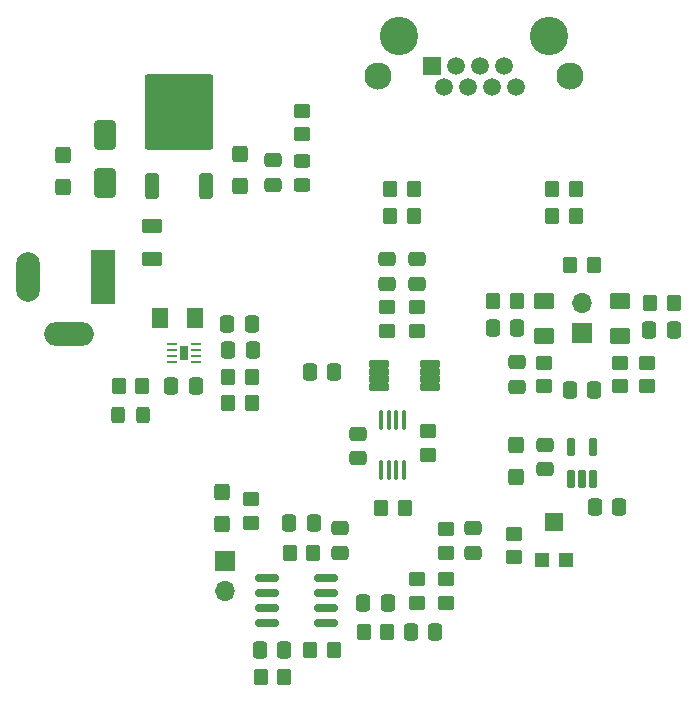
<source format=gbr>
%TF.GenerationSoftware,KiCad,Pcbnew,8.0.0*%
%TF.CreationDate,2024-10-07T21:47:18+03:00*%
%TF.ProjectId,laser_com_v1,6c617365-725f-4636-9f6d-5f76312e6b69,rev?*%
%TF.SameCoordinates,Original*%
%TF.FileFunction,Soldermask,Top*%
%TF.FilePolarity,Negative*%
%FSLAX46Y46*%
G04 Gerber Fmt 4.6, Leading zero omitted, Abs format (unit mm)*
G04 Created by KiCad (PCBNEW 8.0.0) date 2024-10-07 21:47:18*
%MOMM*%
%LPD*%
G01*
G04 APERTURE LIST*
G04 Aperture macros list*
%AMRoundRect*
0 Rectangle with rounded corners*
0 $1 Rounding radius*
0 $2 $3 $4 $5 $6 $7 $8 $9 X,Y pos of 4 corners*
0 Add a 4 corners polygon primitive as box body*
4,1,4,$2,$3,$4,$5,$6,$7,$8,$9,$2,$3,0*
0 Add four circle primitives for the rounded corners*
1,1,$1+$1,$2,$3*
1,1,$1+$1,$4,$5*
1,1,$1+$1,$6,$7*
1,1,$1+$1,$8,$9*
0 Add four rect primitives between the rounded corners*
20,1,$1+$1,$2,$3,$4,$5,0*
20,1,$1+$1,$4,$5,$6,$7,0*
20,1,$1+$1,$6,$7,$8,$9,0*
20,1,$1+$1,$8,$9,$2,$3,0*%
G04 Aperture macros list end*
%ADD10RoundRect,0.250000X-0.350000X-0.450000X0.350000X-0.450000X0.350000X0.450000X-0.350000X0.450000X0*%
%ADD11R,1.700000X1.700000*%
%ADD12O,1.700000X1.700000*%
%ADD13RoundRect,0.250000X0.350000X0.450000X-0.350000X0.450000X-0.350000X-0.450000X0.350000X-0.450000X0*%
%ADD14RoundRect,0.250000X-0.475000X0.337500X-0.475000X-0.337500X0.475000X-0.337500X0.475000X0.337500X0*%
%ADD15RoundRect,0.250000X-0.337500X-0.475000X0.337500X-0.475000X0.337500X0.475000X-0.337500X0.475000X0*%
%ADD16RoundRect,0.250000X0.337500X0.475000X-0.337500X0.475000X-0.337500X-0.475000X0.337500X-0.475000X0*%
%ADD17RoundRect,0.250000X0.450000X-0.350000X0.450000X0.350000X-0.450000X0.350000X-0.450000X-0.350000X0*%
%ADD18C,3.250000*%
%ADD19R,1.500000X1.500000*%
%ADD20C,1.500000*%
%ADD21C,2.300000*%
%ADD22RoundRect,0.250000X0.650000X-1.000000X0.650000X1.000000X-0.650000X1.000000X-0.650000X-1.000000X0*%
%ADD23RoundRect,0.150000X-0.825000X-0.150000X0.825000X-0.150000X0.825000X0.150000X-0.825000X0.150000X0*%
%ADD24RoundRect,0.250000X-0.450000X0.350000X-0.450000X-0.350000X0.450000X-0.350000X0.450000X0.350000X0*%
%ADD25RoundRect,0.250000X0.475000X-0.337500X0.475000X0.337500X-0.475000X0.337500X-0.475000X-0.337500X0*%
%ADD26RoundRect,0.084250X0.727750X0.252750X-0.727750X0.252750X-0.727750X-0.252750X0.727750X-0.252750X0*%
%ADD27RoundRect,0.250001X-0.624999X0.462499X-0.624999X-0.462499X0.624999X-0.462499X0.624999X0.462499X0*%
%ADD28RoundRect,0.162500X0.162500X-0.617500X0.162500X0.617500X-0.162500X0.617500X-0.162500X-0.617500X0*%
%ADD29R,2.000000X4.600000*%
%ADD30O,2.000000X4.200000*%
%ADD31O,4.200000X2.000000*%
%ADD32RoundRect,0.250000X0.425000X-0.450000X0.425000X0.450000X-0.425000X0.450000X-0.425000X-0.450000X0*%
%ADD33R,1.200000X1.200000*%
%ADD34R,1.600000X1.500000*%
%ADD35RoundRect,0.250001X0.462499X0.624999X-0.462499X0.624999X-0.462499X-0.624999X0.462499X-0.624999X0*%
%ADD36RoundRect,0.062500X0.325000X0.062500X-0.325000X0.062500X-0.325000X-0.062500X0.325000X-0.062500X0*%
%ADD37R,0.800000X1.200000*%
%ADD38RoundRect,0.250001X0.624999X-0.462499X0.624999X0.462499X-0.624999X0.462499X-0.624999X-0.462499X0*%
%ADD39RoundRect,0.100000X0.100000X-0.712500X0.100000X0.712500X-0.100000X0.712500X-0.100000X-0.712500X0*%
%ADD40RoundRect,0.250000X-0.325000X-0.450000X0.325000X-0.450000X0.325000X0.450000X-0.325000X0.450000X0*%
%ADD41RoundRect,0.250000X0.625000X-0.375000X0.625000X0.375000X-0.625000X0.375000X-0.625000X-0.375000X0*%
%ADD42RoundRect,0.250000X0.350000X-0.850000X0.350000X0.850000X-0.350000X0.850000X-0.350000X-0.850000X0*%
%ADD43RoundRect,0.249997X2.650003X-2.950003X2.650003X2.950003X-2.650003X2.950003X-2.650003X-2.950003X0*%
%ADD44RoundRect,0.250000X-0.450000X0.325000X-0.450000X-0.325000X0.450000X-0.325000X0.450000X0.325000X0*%
G04 APERTURE END LIST*
D10*
%TO.C,R23*%
X97503375Y-84416625D03*
X99503375Y-84416625D03*
%TD*%
D11*
%TO.C,LD1*%
X113766470Y-96623530D03*
D12*
X113766470Y-94083530D03*
%TD*%
D13*
%TO.C,R8*%
X114766470Y-90848530D03*
X112766470Y-90848530D03*
%TD*%
D14*
%TO.C,C24*%
X97262500Y-90362500D03*
X97262500Y-92437500D03*
%TD*%
D10*
%TO.C,R9*%
X106266470Y-93848530D03*
X108266470Y-93848530D03*
%TD*%
D15*
%TO.C,C1*%
X83725875Y-95813375D03*
X85800875Y-95813375D03*
%TD*%
D13*
%TO.C,R20*%
X98762500Y-111437500D03*
X96762500Y-111437500D03*
%TD*%
D11*
%TO.C,D4*%
X83512500Y-115937500D03*
D12*
X83512500Y-118477500D03*
%TD*%
D14*
%TO.C,C23*%
X99762500Y-90362500D03*
X99762500Y-92437500D03*
%TD*%
D16*
%TO.C,C5*%
X121553970Y-96348530D03*
X119478970Y-96348530D03*
%TD*%
D17*
%TO.C,R18*%
X102262500Y-115187500D03*
X102262500Y-113187500D03*
%TD*%
D18*
%TO.C,J1*%
X98253375Y-71416625D03*
X110953375Y-71416625D03*
D19*
X101043375Y-73956625D03*
D20*
X102059375Y-75736625D03*
X103075375Y-73956625D03*
X104091375Y-75736625D03*
X105107375Y-73956625D03*
X106123375Y-75736625D03*
X107139375Y-73956625D03*
X108155375Y-75736625D03*
D21*
X96473375Y-74846625D03*
X112733375Y-74846625D03*
%TD*%
D17*
%TO.C,R10*%
X110516470Y-101098530D03*
X110516470Y-99098530D03*
%TD*%
D13*
%TO.C,R14*%
X88550000Y-125725000D03*
X86550000Y-125725000D03*
%TD*%
D22*
%TO.C,D2*%
X73345000Y-83875000D03*
X73345000Y-79875000D03*
%TD*%
D23*
%TO.C,U2*%
X87127500Y-117372500D03*
X87127500Y-118642500D03*
X87127500Y-119912500D03*
X87127500Y-121182500D03*
X92077500Y-121182500D03*
X92077500Y-119912500D03*
X92077500Y-118642500D03*
X92077500Y-117372500D03*
%TD*%
D13*
%TO.C,R3*%
X76550875Y-101063375D03*
X74550875Y-101063375D03*
%TD*%
D24*
%TO.C,R4*%
X108016470Y-113598530D03*
X108016470Y-115598530D03*
%TD*%
D14*
%TO.C,C20*%
X104512500Y-113112500D03*
X104512500Y-115187500D03*
%TD*%
D15*
%TO.C,C8*%
X112728970Y-101386030D03*
X114803970Y-101386030D03*
%TD*%
D24*
%TO.C,R6*%
X119266470Y-99098530D03*
X119266470Y-101098530D03*
%TD*%
D14*
%TO.C,C7*%
X110641470Y-106061030D03*
X110641470Y-108136030D03*
%TD*%
D25*
%TO.C,C21*%
X94762500Y-107187500D03*
X94762500Y-105112500D03*
%TD*%
D26*
%TO.C,U4*%
X100927500Y-101162500D03*
X100927500Y-100512500D03*
X100927500Y-99862500D03*
X100927500Y-99212500D03*
X96597500Y-99212500D03*
X96597500Y-99862500D03*
X96597500Y-100512500D03*
X96597500Y-101162500D03*
%TD*%
D27*
%TO.C,L3*%
X110516470Y-93861030D03*
X110516470Y-96836030D03*
%TD*%
D28*
%TO.C,U1*%
X112816470Y-108948530D03*
X113766470Y-108948530D03*
X114716470Y-108948530D03*
X114716470Y-106248530D03*
X112816470Y-106248530D03*
%TD*%
D13*
%TO.C,R2*%
X85800875Y-102563375D03*
X83800875Y-102563375D03*
%TD*%
D16*
%TO.C,C19*%
X97337500Y-119437500D03*
X95262500Y-119437500D03*
%TD*%
D17*
%TO.C,R25*%
X100762500Y-106937500D03*
X100762500Y-104937500D03*
%TD*%
D29*
%TO.C,J2*%
X73200000Y-91900000D03*
D30*
X66900000Y-91900000D03*
D31*
X70300000Y-96700000D03*
%TD*%
D32*
%TO.C,C11*%
X69845000Y-84225000D03*
X69845000Y-81525000D03*
%TD*%
D13*
%TO.C,R7*%
X121516470Y-94098530D03*
X119516470Y-94098530D03*
%TD*%
D17*
%TO.C,R11*%
X90095000Y-79777500D03*
X90095000Y-77777500D03*
%TD*%
D25*
%TO.C,C13*%
X87595000Y-84062500D03*
X87595000Y-81987500D03*
%TD*%
D33*
%TO.C,RV1*%
X110416470Y-115848530D03*
D34*
X111416470Y-112598530D03*
D33*
X112416470Y-115848530D03*
%TD*%
D16*
%TO.C,C3*%
X81088375Y-101063375D03*
X79013375Y-101063375D03*
%TD*%
%TO.C,C18*%
X101337500Y-121937500D03*
X99262500Y-121937500D03*
%TD*%
D13*
%TO.C,R13*%
X92762500Y-123437500D03*
X90762500Y-123437500D03*
%TD*%
D17*
%TO.C,R21*%
X99800000Y-96400000D03*
X99800000Y-94400000D03*
%TD*%
D16*
%TO.C,C4*%
X116928970Y-111311030D03*
X114853970Y-111311030D03*
%TD*%
D24*
%TO.C,R12*%
X85762500Y-110687500D03*
X85762500Y-112687500D03*
%TD*%
D35*
%TO.C,L1*%
X81038375Y-95313375D03*
X78063375Y-95313375D03*
%TD*%
D14*
%TO.C,C17*%
X93262500Y-113150000D03*
X93262500Y-115225000D03*
%TD*%
D13*
%TO.C,R15*%
X91012500Y-115187500D03*
X89012500Y-115187500D03*
%TD*%
D10*
%TO.C,R26*%
X111253375Y-86666625D03*
X113253375Y-86666625D03*
%TD*%
D36*
%TO.C,U5*%
X81050875Y-99063375D03*
X81050875Y-98563375D03*
X81050875Y-98063375D03*
X81050875Y-97563375D03*
X79075875Y-97563375D03*
X79075875Y-98063375D03*
X79075875Y-98563375D03*
X79075875Y-99063375D03*
D37*
X80063375Y-98313375D03*
%TD*%
D32*
%TO.C,C6*%
X108141470Y-108753530D03*
X108141470Y-106053530D03*
%TD*%
D38*
%TO.C,L2*%
X117016470Y-96836030D03*
X117016470Y-93861030D03*
%TD*%
D39*
%TO.C,U3*%
X96762500Y-108187500D03*
X97412500Y-108187500D03*
X98062500Y-108187500D03*
X98712500Y-108187500D03*
X98712500Y-103962500D03*
X98062500Y-103962500D03*
X97412500Y-103962500D03*
X96762500Y-103962500D03*
%TD*%
D25*
%TO.C,C10*%
X108266470Y-101136030D03*
X108266470Y-99061030D03*
%TD*%
D16*
%TO.C,C15*%
X88550000Y-123437500D03*
X86475000Y-123437500D03*
%TD*%
D17*
%TO.C,R22*%
X97262500Y-96437500D03*
X97262500Y-94437500D03*
%TD*%
D40*
%TO.C,D1*%
X74525875Y-103563375D03*
X76575875Y-103563375D03*
%TD*%
D32*
%TO.C,C14*%
X83285000Y-112765000D03*
X83285000Y-110065000D03*
%TD*%
D10*
%TO.C,R24*%
X97503375Y-86666625D03*
X99503375Y-86666625D03*
%TD*%
D17*
%TO.C,R5*%
X117016470Y-101098530D03*
X117016470Y-99098530D03*
%TD*%
D41*
%TO.C,F1*%
X77400000Y-90300000D03*
X77400000Y-87500000D03*
%TD*%
D15*
%TO.C,C9*%
X106228970Y-96136030D03*
X108303970Y-96136030D03*
%TD*%
D10*
%TO.C,R27*%
X111253375Y-84416625D03*
X113253375Y-84416625D03*
%TD*%
D42*
%TO.C,U6*%
X77340000Y-84150000D03*
D43*
X79620000Y-77850000D03*
D42*
X81900000Y-84150000D03*
%TD*%
D10*
%TO.C,R16*%
X95300000Y-121900000D03*
X97300000Y-121900000D03*
%TD*%
D15*
%TO.C,C16*%
X88975000Y-112725000D03*
X91050000Y-112725000D03*
%TD*%
%TO.C,C22*%
X90725000Y-99937500D03*
X92800000Y-99937500D03*
%TD*%
D44*
%TO.C,D3*%
X90095000Y-82025000D03*
X90095000Y-84075000D03*
%TD*%
D32*
%TO.C,C12*%
X84845000Y-84125000D03*
X84845000Y-81425000D03*
%TD*%
D10*
%TO.C,R1*%
X83800875Y-100313375D03*
X85800875Y-100313375D03*
%TD*%
D17*
%TO.C,R17*%
X102262500Y-119437500D03*
X102262500Y-117437500D03*
%TD*%
D15*
%TO.C,C2*%
X83800875Y-98063375D03*
X85875875Y-98063375D03*
%TD*%
D17*
%TO.C,R19*%
X99762500Y-119437500D03*
X99762500Y-117437500D03*
%TD*%
M02*

</source>
